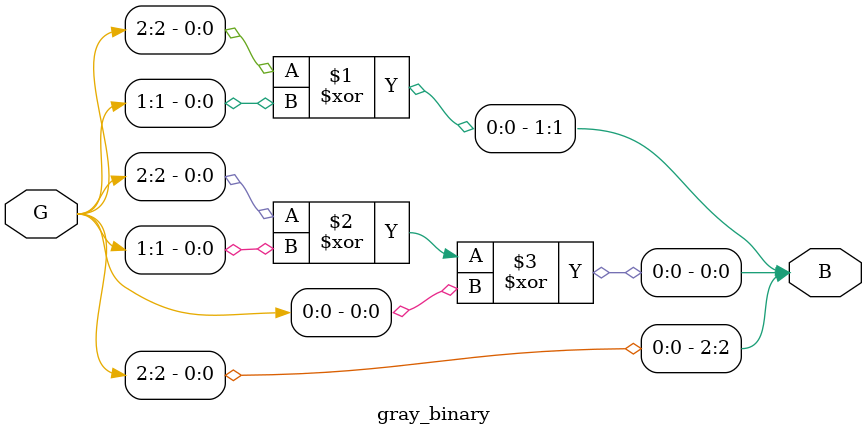
<source format=v>
`timescale 1ns / 1ps


module gray_binary (
  input  [2:0]G,    
  output [2:0]B      
);

  assign B[2] = G[2];
  assign B[1] = G[2] ^ G[1];
  assign B[0] = G[2] ^ G[1] ^ G[0];
endmodule

</source>
